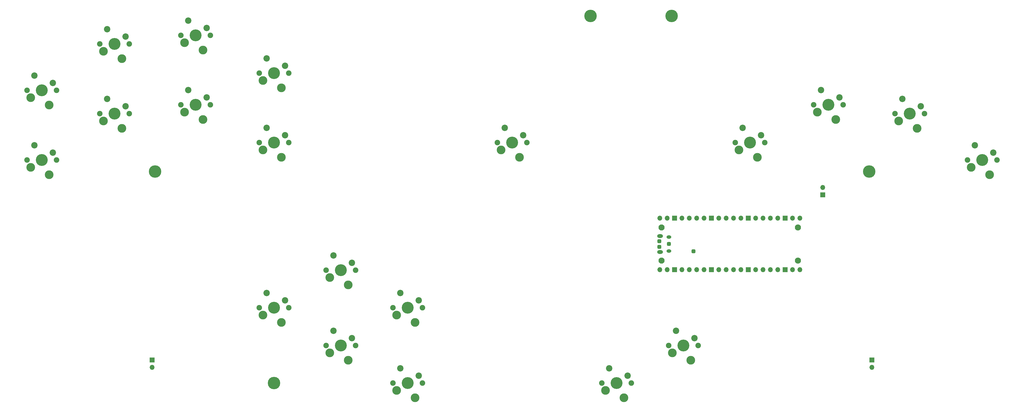
<source format=gbr>
%TF.GenerationSoftware,KiCad,Pcbnew,(6.0.0)*%
%TF.CreationDate,2022-09-18T23:58:15-04:00*%
%TF.ProjectId,SergioPico,53657267-696f-4506-9963-6f2e6b696361,rev?*%
%TF.SameCoordinates,Original*%
%TF.FileFunction,Soldermask,Bot*%
%TF.FilePolarity,Negative*%
%FSLAX46Y46*%
G04 Gerber Fmt 4.6, Leading zero omitted, Abs format (unit mm)*
G04 Created by KiCad (PCBNEW (6.0.0)) date 2022-09-18 23:58:15*
%MOMM*%
%LPD*%
G01*
G04 APERTURE LIST*
G04 Aperture macros list*
%AMRoundRect*
0 Rectangle with rounded corners*
0 $1 Rounding radius*
0 $2 $3 $4 $5 $6 $7 $8 $9 X,Y pos of 4 corners*
0 Add a 4 corners polygon primitive as box body*
4,1,4,$2,$3,$4,$5,$6,$7,$8,$9,$2,$3,0*
0 Add four circle primitives for the rounded corners*
1,1,$1+$1,$2,$3*
1,1,$1+$1,$4,$5*
1,1,$1+$1,$6,$7*
1,1,$1+$1,$8,$9*
0 Add four rect primitives between the rounded corners*
20,1,$1+$1,$2,$3,$4,$5,0*
20,1,$1+$1,$4,$5,$6,$7,0*
20,1,$1+$1,$6,$7,$8,$9,0*
20,1,$1+$1,$8,$9,$2,$3,0*%
G04 Aperture macros list end*
%ADD10R,1.700000X1.700000*%
%ADD11O,1.700000X1.700000*%
%ADD12C,2.100000*%
%ADD13O,1.650000X1.200000*%
%ADD14O,2.000000X1.300000*%
%ADD15RoundRect,0.255906X0.394094X-0.394094X0.394094X0.394094X-0.394094X0.394094X-0.394094X-0.394094X0*%
%ADD16C,4.300000*%
%ADD17C,3.000000*%
%ADD18C,4.100000*%
%ADD19C,1.900000*%
%ADD20C,2.200000*%
G04 APERTURE END LIST*
D10*
%TO.C,M2*%
X324000000Y-160000000D03*
D11*
X324000000Y-162540000D03*
%TD*%
D12*
%TO.C,U1*%
X251500000Y-125700000D03*
X298500000Y-114300000D03*
X298500000Y-125700000D03*
D13*
X254030000Y-122425000D03*
X254030000Y-117575000D03*
D14*
X251000000Y-117275000D03*
D12*
X251500000Y-114300000D03*
D14*
X251000000Y-122725000D03*
D11*
X250870000Y-128890000D03*
X253410000Y-128890000D03*
D10*
X255950000Y-128890000D03*
D11*
X258490000Y-128890000D03*
X261030000Y-128890000D03*
X263570000Y-128890000D03*
X266110000Y-128890000D03*
D10*
X268650000Y-128890000D03*
D11*
X271190000Y-128890000D03*
X273730000Y-128890000D03*
X276270000Y-128890000D03*
X278810000Y-128890000D03*
D10*
X281350000Y-128890000D03*
D11*
X283890000Y-128890000D03*
X286430000Y-128890000D03*
X288970000Y-128890000D03*
X291510000Y-128890000D03*
D10*
X294050000Y-128890000D03*
D11*
X296590000Y-128890000D03*
X299130000Y-128890000D03*
X299130000Y-111110000D03*
X296590000Y-111110000D03*
D10*
X294050000Y-111110000D03*
D11*
X291510000Y-111110000D03*
X288970000Y-111110000D03*
X286430000Y-111110000D03*
X283890000Y-111110000D03*
D10*
X281350000Y-111110000D03*
D11*
X278810000Y-111110000D03*
X276270000Y-111110000D03*
X273730000Y-111110000D03*
X271190000Y-111110000D03*
D10*
X268650000Y-111110000D03*
D11*
X266110000Y-111110000D03*
X263570000Y-111110000D03*
X261030000Y-111110000D03*
X258490000Y-111110000D03*
D10*
X255950000Y-111110000D03*
D11*
X253410000Y-111110000D03*
X250870000Y-111110000D03*
D15*
X254000000Y-120000000D03*
X250700000Y-119000000D03*
X250700000Y-121000000D03*
X262500000Y-122500000D03*
%TD*%
D16*
%TO.C,H1*%
X77000000Y-95000000D03*
%TD*%
%TO.C,H2*%
X323000000Y-95000000D03*
%TD*%
%TO.C,J1*%
X227000000Y-41300000D03*
X255000000Y-41300000D03*
%TD*%
%TO.C,H3*%
X118000000Y-168000000D03*
%TD*%
D10*
%TO.C,M1*%
X76000000Y-160000000D03*
D11*
X76000000Y-162540000D03*
%TD*%
D10*
%TO.C,SW21*%
X307000000Y-103000000D03*
D11*
X307000000Y-100460000D03*
%TD*%
D17*
%TO.C,SW2*%
X255190000Y-157540000D03*
D18*
X259000000Y-155000000D03*
D19*
X253920000Y-155000000D03*
X264080000Y-155000000D03*
D17*
X261540000Y-160080000D03*
D20*
X256460000Y-149920000D03*
X262810000Y-152460000D03*
%TD*%
D17*
%TO.C,SW20*%
X120540000Y-147080000D03*
D18*
X118000000Y-142000000D03*
D19*
X123080000Y-142000000D03*
X112920000Y-142000000D03*
D17*
X114190000Y-144540000D03*
D20*
X115460000Y-136920000D03*
X121810000Y-139460000D03*
%TD*%
D17*
%TO.C,SW18*%
X137190000Y-131540000D03*
D19*
X135920000Y-129000000D03*
D18*
X141000000Y-129000000D03*
D19*
X146080000Y-129000000D03*
D17*
X143540000Y-134080000D03*
D20*
X138460000Y-123920000D03*
X144810000Y-126460000D03*
%TD*%
D17*
%TO.C,SW10*%
X284540000Y-90080000D03*
D18*
X282000000Y-85000000D03*
D17*
X278190000Y-87540000D03*
D19*
X287080000Y-85000000D03*
X276920000Y-85000000D03*
D20*
X279460000Y-79920000D03*
X285810000Y-82460000D03*
%TD*%
D19*
%TO.C,SW3*%
X331920000Y-75000000D03*
D18*
X337000000Y-75000000D03*
D17*
X339540000Y-80080000D03*
D19*
X342080000Y-75000000D03*
D17*
X333190000Y-77540000D03*
D20*
X334460000Y-69920000D03*
X340810000Y-72460000D03*
%TD*%
D17*
%TO.C,SW15*%
X65540000Y-56080000D03*
D18*
X63000000Y-51000000D03*
D19*
X68080000Y-51000000D03*
X57920000Y-51000000D03*
D17*
X59190000Y-53540000D03*
D20*
X60460000Y-45920000D03*
X66810000Y-48460000D03*
%TD*%
D18*
%TO.C,SW4*%
X118000000Y-61000000D03*
D19*
X123080000Y-61000000D03*
X112920000Y-61000000D03*
D17*
X114190000Y-63540000D03*
X120540000Y-66080000D03*
D20*
X115460000Y-55920000D03*
X121810000Y-58460000D03*
%TD*%
D19*
%TO.C,SW19*%
X146080000Y-155000000D03*
D18*
X141000000Y-155000000D03*
D17*
X137190000Y-157540000D03*
X143540000Y-160080000D03*
D19*
X135920000Y-155000000D03*
D20*
X138460000Y-149920000D03*
X144810000Y-152460000D03*
%TD*%
D17*
%TO.C,SW5*%
X114190000Y-87540000D03*
D19*
X123080000Y-85000000D03*
D17*
X120540000Y-90080000D03*
D19*
X112920000Y-85000000D03*
D18*
X118000000Y-85000000D03*
D20*
X115460000Y-79920000D03*
X121810000Y-82460000D03*
%TD*%
D18*
%TO.C,SW11*%
X63000000Y-75000000D03*
D17*
X65540000Y-80080000D03*
D19*
X57920000Y-75000000D03*
D17*
X59190000Y-77540000D03*
D19*
X68080000Y-75000000D03*
D20*
X60460000Y-69920000D03*
X66810000Y-72460000D03*
%TD*%
D17*
%TO.C,SW1*%
X358190000Y-93540000D03*
D19*
X356920000Y-91000000D03*
X367080000Y-91000000D03*
D18*
X362000000Y-91000000D03*
D17*
X364540000Y-96080000D03*
D20*
X359460000Y-85920000D03*
X365810000Y-88460000D03*
%TD*%
D17*
%TO.C,SW13*%
X40540000Y-72080000D03*
D19*
X32920000Y-67000000D03*
X43080000Y-67000000D03*
D17*
X34190000Y-69540000D03*
D18*
X38000000Y-67000000D03*
D20*
X35460000Y-61920000D03*
X41810000Y-64460000D03*
%TD*%
D19*
%TO.C,SW12*%
X194920000Y-85000000D03*
X205080000Y-85000000D03*
D17*
X196190000Y-87540000D03*
X202540000Y-90080000D03*
D18*
X200000000Y-85000000D03*
D20*
X197460000Y-79920000D03*
X203810000Y-82460000D03*
%TD*%
D18*
%TO.C,SW9*%
X91000000Y-72000000D03*
D19*
X96080000Y-72000000D03*
D17*
X87190000Y-74540000D03*
X93540000Y-77080000D03*
D19*
X85920000Y-72000000D03*
D20*
X88460000Y-66920000D03*
X94810000Y-69460000D03*
%TD*%
D17*
%TO.C,SW6*%
X238540000Y-173080000D03*
X232190000Y-170540000D03*
D18*
X236000000Y-168000000D03*
D19*
X241080000Y-168000000D03*
X230920000Y-168000000D03*
D20*
X233460000Y-162920000D03*
X239810000Y-165460000D03*
%TD*%
D18*
%TO.C,SW17*%
X164000000Y-168000000D03*
D17*
X160190000Y-170540000D03*
X166540000Y-173080000D03*
D19*
X158920000Y-168000000D03*
X169080000Y-168000000D03*
D20*
X161460000Y-162920000D03*
X167810000Y-165460000D03*
%TD*%
D19*
%TO.C,SW8*%
X96080000Y-48000000D03*
X85920000Y-48000000D03*
D17*
X93540000Y-53080000D03*
D18*
X91000000Y-48000000D03*
D17*
X87190000Y-50540000D03*
D20*
X88460000Y-42920000D03*
X94810000Y-45460000D03*
%TD*%
D18*
%TO.C,SW16*%
X164000000Y-142000000D03*
D17*
X160190000Y-144540000D03*
X166540000Y-147080000D03*
D19*
X158920000Y-142000000D03*
X169080000Y-142000000D03*
D20*
X161460000Y-136920000D03*
X167810000Y-139460000D03*
%TD*%
D17*
%TO.C,SW7*%
X305190000Y-74540000D03*
D18*
X309000000Y-72000000D03*
D19*
X314080000Y-72000000D03*
D17*
X311540000Y-77080000D03*
D19*
X303920000Y-72000000D03*
D20*
X306460000Y-66920000D03*
X312810000Y-69460000D03*
%TD*%
D18*
%TO.C,SW14*%
X38000000Y-91000000D03*
D19*
X43080000Y-91000000D03*
X32920000Y-91000000D03*
D17*
X34190000Y-93540000D03*
X40540000Y-96080000D03*
D20*
X35460000Y-85920000D03*
X41810000Y-88460000D03*
%TD*%
M02*

</source>
